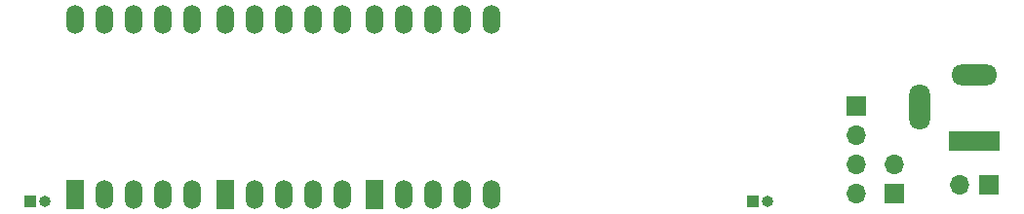
<source format=gbr>
%TF.GenerationSoftware,KiCad,Pcbnew,(6.0.5)*%
%TF.CreationDate,2023-01-29T17:57:26+00:00*%
%TF.ProjectId,PCB reflow Plate,50434220-7265-4666-9c6f-7720506c6174,rev?*%
%TF.SameCoordinates,Original*%
%TF.FileFunction,Soldermask,Bot*%
%TF.FilePolarity,Negative*%
%FSLAX46Y46*%
G04 Gerber Fmt 4.6, Leading zero omitted, Abs format (unit mm)*
G04 Created by KiCad (PCBNEW (6.0.5)) date 2023-01-29 17:57:26*
%MOMM*%
%LPD*%
G01*
G04 APERTURE LIST*
%ADD10R,1.000000X1.000000*%
%ADD11O,1.000000X1.000000*%
%ADD12R,4.400000X1.800000*%
%ADD13O,4.000000X1.800000*%
%ADD14O,1.800000X4.000000*%
%ADD15R,1.524000X2.524000*%
%ADD16O,1.524000X2.524000*%
%ADD17R,1.700000X1.700000*%
%ADD18O,1.700000X1.700000*%
G04 APERTURE END LIST*
D10*
%TO.C,TH2*%
X130000000Y-46250000D03*
D11*
X131270000Y-46250000D03*
%TD*%
D10*
%TO.C,TH1*%
X192750000Y-46250000D03*
D11*
X194020000Y-46250000D03*
%TD*%
D12*
%TO.C,J4*%
X212000000Y-41000000D03*
D13*
X212000000Y-35200000D03*
D14*
X207200000Y-38000000D03*
%TD*%
D15*
%TO.C,U4*%
X146920000Y-45620000D03*
D16*
X149460000Y-45620000D03*
X152000000Y-45620000D03*
X154540000Y-45620000D03*
X157080000Y-45620000D03*
X157080000Y-30380000D03*
X154540000Y-30380000D03*
X152000000Y-30380000D03*
X149460000Y-30380000D03*
X146920000Y-30380000D03*
%TD*%
D17*
%TO.C,J5*%
X213250000Y-44750000D03*
D18*
X210710000Y-44750000D03*
%TD*%
D17*
%TO.C,J2*%
X201750000Y-37950000D03*
D18*
X201750000Y-40490000D03*
X201750000Y-43030000D03*
X201750000Y-45570000D03*
%TD*%
D17*
%TO.C,J1*%
X205000000Y-45525000D03*
D18*
X205000000Y-42985000D03*
%TD*%
D15*
%TO.C,U5*%
X133920000Y-45620000D03*
D16*
X136460000Y-45620000D03*
X139000000Y-45620000D03*
X141540000Y-45620000D03*
X144080000Y-45620000D03*
X144080000Y-30380000D03*
X141540000Y-30380000D03*
X139000000Y-30380000D03*
X136460000Y-30380000D03*
X133920000Y-30380000D03*
%TD*%
D15*
%TO.C,U3*%
X159920000Y-45620000D03*
D16*
X162460000Y-45620000D03*
X165000000Y-45620000D03*
X167540000Y-45620000D03*
X170080000Y-45620000D03*
X170080000Y-30380000D03*
X167540000Y-30380000D03*
X165000000Y-30380000D03*
X162460000Y-30380000D03*
X159920000Y-30380000D03*
%TD*%
M02*

</source>
